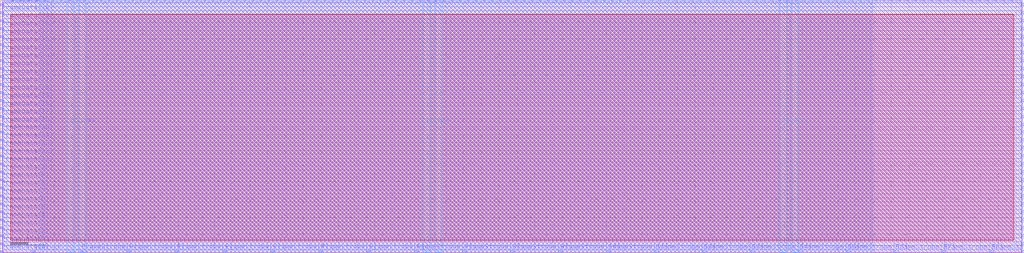
<source format=lef>
VERSION 5.7 ;
  NOWIREEXTENSIONATPIN ON ;
  DIVIDERCHAR "/" ;
  BUSBITCHARS "[]" ;
MACRO S_term_single
  CLASS BLOCK ;
  FOREIGN S_term_single ;
  ORIGIN 0.000 0.000 ;
  SIZE 287.280 BY 71.120 ;
  PIN Co
    DIRECTION OUTPUT ;
    USE SIGNAL ;
    ANTENNADIFFAREA 0.360800 ;
    PORT
      LAYER Metal2 ;
        RECT 119.840 70.560 120.400 71.120 ;
    END
  END Co
  PIN FrameData[0]
    DIRECTION INPUT ;
    USE SIGNAL ;
    ANTENNAGATEAREA 1.102000 ;
    PORT
      LAYER Metal3 ;
        RECT 0.000 0.000 0.560 0.560 ;
    END
  END FrameData[0]
  PIN FrameData[10]
    DIRECTION INPUT ;
    USE SIGNAL ;
    ANTENNAGATEAREA 1.102000 ;
    PORT
      LAYER Metal3 ;
        RECT 0.000 22.400 0.560 22.960 ;
    END
  END FrameData[10]
  PIN FrameData[11]
    DIRECTION INPUT ;
    USE SIGNAL ;
    ANTENNAGATEAREA 1.102000 ;
    PORT
      LAYER Metal3 ;
        RECT 0.000 24.640 0.560 25.200 ;
    END
  END FrameData[11]
  PIN FrameData[12]
    DIRECTION INPUT ;
    USE SIGNAL ;
    ANTENNAGATEAREA 1.102000 ;
    PORT
      LAYER Metal3 ;
        RECT 0.000 26.880 0.560 27.440 ;
    END
  END FrameData[12]
  PIN FrameData[13]
    DIRECTION INPUT ;
    USE SIGNAL ;
    ANTENNAGATEAREA 1.102000 ;
    PORT
      LAYER Metal3 ;
        RECT 0.000 29.120 0.560 29.680 ;
    END
  END FrameData[13]
  PIN FrameData[14]
    DIRECTION INPUT ;
    USE SIGNAL ;
    ANTENNAGATEAREA 1.102000 ;
    PORT
      LAYER Metal3 ;
        RECT 0.000 31.360 0.560 31.920 ;
    END
  END FrameData[14]
  PIN FrameData[15]
    DIRECTION INPUT ;
    USE SIGNAL ;
    ANTENNAGATEAREA 1.102000 ;
    PORT
      LAYER Metal3 ;
        RECT 0.000 33.600 0.560 34.160 ;
    END
  END FrameData[15]
  PIN FrameData[16]
    DIRECTION INPUT ;
    USE SIGNAL ;
    ANTENNAGATEAREA 1.102000 ;
    PORT
      LAYER Metal3 ;
        RECT 0.000 35.840 0.560 36.400 ;
    END
  END FrameData[16]
  PIN FrameData[17]
    DIRECTION INPUT ;
    USE SIGNAL ;
    ANTENNAGATEAREA 1.102000 ;
    PORT
      LAYER Metal3 ;
        RECT 0.000 38.080 0.560 38.640 ;
    END
  END FrameData[17]
  PIN FrameData[18]
    DIRECTION INPUT ;
    USE SIGNAL ;
    ANTENNAGATEAREA 1.102000 ;
    PORT
      LAYER Metal3 ;
        RECT 0.000 40.320 0.560 40.880 ;
    END
  END FrameData[18]
  PIN FrameData[19]
    DIRECTION INPUT ;
    USE SIGNAL ;
    ANTENNAGATEAREA 1.102000 ;
    PORT
      LAYER Metal3 ;
        RECT 0.000 42.560 0.560 43.120 ;
    END
  END FrameData[19]
  PIN FrameData[1]
    DIRECTION INPUT ;
    USE SIGNAL ;
    ANTENNAGATEAREA 1.102000 ;
    PORT
      LAYER Metal3 ;
        RECT 0.000 2.240 0.560 2.800 ;
    END
  END FrameData[1]
  PIN FrameData[20]
    DIRECTION INPUT ;
    USE SIGNAL ;
    ANTENNAGATEAREA 1.102000 ;
    PORT
      LAYER Metal3 ;
        RECT 0.000 44.800 0.560 45.360 ;
    END
  END FrameData[20]
  PIN FrameData[21]
    DIRECTION INPUT ;
    USE SIGNAL ;
    ANTENNAGATEAREA 1.102000 ;
    PORT
      LAYER Metal3 ;
        RECT 0.000 47.040 0.560 47.600 ;
    END
  END FrameData[21]
  PIN FrameData[22]
    DIRECTION INPUT ;
    USE SIGNAL ;
    ANTENNAGATEAREA 1.102000 ;
    PORT
      LAYER Metal3 ;
        RECT 0.000 49.280 0.560 49.840 ;
    END
  END FrameData[22]
  PIN FrameData[23]
    DIRECTION INPUT ;
    USE SIGNAL ;
    ANTENNAGATEAREA 1.102000 ;
    PORT
      LAYER Metal3 ;
        RECT 0.000 51.520 0.560 52.080 ;
    END
  END FrameData[23]
  PIN FrameData[24]
    DIRECTION INPUT ;
    USE SIGNAL ;
    ANTENNAGATEAREA 1.102000 ;
    PORT
      LAYER Metal3 ;
        RECT 0.000 53.760 0.560 54.320 ;
    END
  END FrameData[24]
  PIN FrameData[25]
    DIRECTION INPUT ;
    USE SIGNAL ;
    ANTENNAGATEAREA 1.102000 ;
    PORT
      LAYER Metal3 ;
        RECT 0.000 56.000 0.560 56.560 ;
    END
  END FrameData[25]
  PIN FrameData[26]
    DIRECTION INPUT ;
    USE SIGNAL ;
    ANTENNAGATEAREA 1.102000 ;
    PORT
      LAYER Metal3 ;
        RECT 0.000 58.240 0.560 58.800 ;
    END
  END FrameData[26]
  PIN FrameData[27]
    DIRECTION INPUT ;
    USE SIGNAL ;
    ANTENNAGATEAREA 1.102000 ;
    PORT
      LAYER Metal3 ;
        RECT 0.000 60.480 0.560 61.040 ;
    END
  END FrameData[27]
  PIN FrameData[28]
    DIRECTION INPUT ;
    USE SIGNAL ;
    ANTENNAGATEAREA 1.102000 ;
    PORT
      LAYER Metal3 ;
        RECT 0.000 62.720 0.560 63.280 ;
    END
  END FrameData[28]
  PIN FrameData[29]
    DIRECTION INPUT ;
    USE SIGNAL ;
    ANTENNAGATEAREA 1.102000 ;
    PORT
      LAYER Metal3 ;
        RECT 0.000 64.960 0.560 65.520 ;
    END
  END FrameData[29]
  PIN FrameData[2]
    DIRECTION INPUT ;
    USE SIGNAL ;
    ANTENNAGATEAREA 1.102000 ;
    PORT
      LAYER Metal3 ;
        RECT 0.000 4.480 0.560 5.040 ;
    END
  END FrameData[2]
  PIN FrameData[30]
    DIRECTION INPUT ;
    USE SIGNAL ;
    ANTENNAGATEAREA 1.102000 ;
    PORT
      LAYER Metal3 ;
        RECT 0.000 67.200 0.560 67.760 ;
    END
  END FrameData[30]
  PIN FrameData[31]
    DIRECTION INPUT ;
    USE SIGNAL ;
    ANTENNAGATEAREA 1.102000 ;
    PORT
      LAYER Metal3 ;
        RECT 0.000 69.440 0.560 70.000 ;
    END
  END FrameData[31]
  PIN FrameData[3]
    DIRECTION INPUT ;
    USE SIGNAL ;
    ANTENNAGATEAREA 1.102000 ;
    PORT
      LAYER Metal3 ;
        RECT 0.000 6.720 0.560 7.280 ;
    END
  END FrameData[3]
  PIN FrameData[4]
    DIRECTION INPUT ;
    USE SIGNAL ;
    ANTENNAGATEAREA 1.102000 ;
    PORT
      LAYER Metal3 ;
        RECT 0.000 8.960 0.560 9.520 ;
    END
  END FrameData[4]
  PIN FrameData[5]
    DIRECTION INPUT ;
    USE SIGNAL ;
    ANTENNAGATEAREA 1.102000 ;
    PORT
      LAYER Metal3 ;
        RECT 0.000 11.200 0.560 11.760 ;
    END
  END FrameData[5]
  PIN FrameData[6]
    DIRECTION INPUT ;
    USE SIGNAL ;
    ANTENNAGATEAREA 1.102000 ;
    PORT
      LAYER Metal3 ;
        RECT 0.000 13.440 0.560 14.000 ;
    END
  END FrameData[6]
  PIN FrameData[7]
    DIRECTION INPUT ;
    USE SIGNAL ;
    ANTENNAGATEAREA 1.102000 ;
    PORT
      LAYER Metal3 ;
        RECT 0.000 15.680 0.560 16.240 ;
    END
  END FrameData[7]
  PIN FrameData[8]
    DIRECTION INPUT ;
    USE SIGNAL ;
    ANTENNAGATEAREA 1.102000 ;
    PORT
      LAYER Metal3 ;
        RECT 0.000 17.920 0.560 18.480 ;
    END
  END FrameData[8]
  PIN FrameData[9]
    DIRECTION INPUT ;
    USE SIGNAL ;
    ANTENNAGATEAREA 1.102000 ;
    PORT
      LAYER Metal3 ;
        RECT 0.000 20.160 0.560 20.720 ;
    END
  END FrameData[9]
  PIN FrameData_O[0]
    DIRECTION OUTPUT ;
    USE SIGNAL ;
    ANTENNADIFFAREA 2.365600 ;
    PORT
      LAYER Metal3 ;
        RECT 286.720 0.000 287.280 0.560 ;
    END
  END FrameData_O[0]
  PIN FrameData_O[10]
    DIRECTION OUTPUT ;
    USE SIGNAL ;
    ANTENNADIFFAREA 2.365600 ;
    PORT
      LAYER Metal3 ;
        RECT 286.720 22.400 287.280 22.960 ;
    END
  END FrameData_O[10]
  PIN FrameData_O[11]
    DIRECTION OUTPUT ;
    USE SIGNAL ;
    ANTENNADIFFAREA 2.365600 ;
    PORT
      LAYER Metal3 ;
        RECT 286.720 24.640 287.280 25.200 ;
    END
  END FrameData_O[11]
  PIN FrameData_O[12]
    DIRECTION OUTPUT ;
    USE SIGNAL ;
    ANTENNADIFFAREA 2.365600 ;
    PORT
      LAYER Metal3 ;
        RECT 286.720 26.880 287.280 27.440 ;
    END
  END FrameData_O[12]
  PIN FrameData_O[13]
    DIRECTION OUTPUT ;
    USE SIGNAL ;
    ANTENNADIFFAREA 2.365600 ;
    PORT
      LAYER Metal3 ;
        RECT 286.720 29.120 287.280 29.680 ;
    END
  END FrameData_O[13]
  PIN FrameData_O[14]
    DIRECTION OUTPUT ;
    USE SIGNAL ;
    ANTENNADIFFAREA 2.365600 ;
    PORT
      LAYER Metal3 ;
        RECT 286.720 31.360 287.280 31.920 ;
    END
  END FrameData_O[14]
  PIN FrameData_O[15]
    DIRECTION OUTPUT ;
    USE SIGNAL ;
    ANTENNADIFFAREA 2.365600 ;
    PORT
      LAYER Metal3 ;
        RECT 286.720 33.600 287.280 34.160 ;
    END
  END FrameData_O[15]
  PIN FrameData_O[16]
    DIRECTION OUTPUT ;
    USE SIGNAL ;
    ANTENNADIFFAREA 2.365600 ;
    PORT
      LAYER Metal3 ;
        RECT 286.720 35.840 287.280 36.400 ;
    END
  END FrameData_O[16]
  PIN FrameData_O[17]
    DIRECTION OUTPUT ;
    USE SIGNAL ;
    ANTENNADIFFAREA 2.365600 ;
    PORT
      LAYER Metal3 ;
        RECT 286.720 38.080 287.280 38.640 ;
    END
  END FrameData_O[17]
  PIN FrameData_O[18]
    DIRECTION OUTPUT ;
    USE SIGNAL ;
    ANTENNADIFFAREA 2.365600 ;
    PORT
      LAYER Metal3 ;
        RECT 286.720 40.320 287.280 40.880 ;
    END
  END FrameData_O[18]
  PIN FrameData_O[19]
    DIRECTION OUTPUT ;
    USE SIGNAL ;
    ANTENNADIFFAREA 2.365600 ;
    PORT
      LAYER Metal3 ;
        RECT 286.720 42.560 287.280 43.120 ;
    END
  END FrameData_O[19]
  PIN FrameData_O[1]
    DIRECTION OUTPUT ;
    USE SIGNAL ;
    ANTENNADIFFAREA 2.365600 ;
    PORT
      LAYER Metal3 ;
        RECT 286.720 2.240 287.280 2.800 ;
    END
  END FrameData_O[1]
  PIN FrameData_O[20]
    DIRECTION OUTPUT ;
    USE SIGNAL ;
    ANTENNADIFFAREA 2.365600 ;
    PORT
      LAYER Metal3 ;
        RECT 286.720 44.800 287.280 45.360 ;
    END
  END FrameData_O[20]
  PIN FrameData_O[21]
    DIRECTION OUTPUT ;
    USE SIGNAL ;
    ANTENNADIFFAREA 2.365600 ;
    PORT
      LAYER Metal3 ;
        RECT 286.720 47.040 287.280 47.600 ;
    END
  END FrameData_O[21]
  PIN FrameData_O[22]
    DIRECTION OUTPUT ;
    USE SIGNAL ;
    ANTENNADIFFAREA 2.365600 ;
    PORT
      LAYER Metal3 ;
        RECT 286.720 49.280 287.280 49.840 ;
    END
  END FrameData_O[22]
  PIN FrameData_O[23]
    DIRECTION OUTPUT ;
    USE SIGNAL ;
    ANTENNADIFFAREA 2.365600 ;
    PORT
      LAYER Metal3 ;
        RECT 286.720 51.520 287.280 52.080 ;
    END
  END FrameData_O[23]
  PIN FrameData_O[24]
    DIRECTION OUTPUT ;
    USE SIGNAL ;
    ANTENNADIFFAREA 2.365600 ;
    PORT
      LAYER Metal3 ;
        RECT 286.720 53.760 287.280 54.320 ;
    END
  END FrameData_O[24]
  PIN FrameData_O[25]
    DIRECTION OUTPUT ;
    USE SIGNAL ;
    ANTENNADIFFAREA 2.365600 ;
    PORT
      LAYER Metal3 ;
        RECT 286.720 56.000 287.280 56.560 ;
    END
  END FrameData_O[25]
  PIN FrameData_O[26]
    DIRECTION OUTPUT ;
    USE SIGNAL ;
    ANTENNADIFFAREA 2.365600 ;
    PORT
      LAYER Metal3 ;
        RECT 286.720 58.240 287.280 58.800 ;
    END
  END FrameData_O[26]
  PIN FrameData_O[27]
    DIRECTION OUTPUT ;
    USE SIGNAL ;
    ANTENNADIFFAREA 2.365600 ;
    PORT
      LAYER Metal3 ;
        RECT 286.720 60.480 287.280 61.040 ;
    END
  END FrameData_O[27]
  PIN FrameData_O[28]
    DIRECTION OUTPUT ;
    USE SIGNAL ;
    ANTENNADIFFAREA 2.365600 ;
    PORT
      LAYER Metal3 ;
        RECT 286.720 62.720 287.280 63.280 ;
    END
  END FrameData_O[28]
  PIN FrameData_O[29]
    DIRECTION OUTPUT ;
    USE SIGNAL ;
    ANTENNADIFFAREA 2.365600 ;
    PORT
      LAYER Metal3 ;
        RECT 286.720 64.960 287.280 65.520 ;
    END
  END FrameData_O[29]
  PIN FrameData_O[2]
    DIRECTION OUTPUT ;
    USE SIGNAL ;
    ANTENNADIFFAREA 2.365600 ;
    PORT
      LAYER Metal3 ;
        RECT 286.720 4.480 287.280 5.040 ;
    END
  END FrameData_O[2]
  PIN FrameData_O[30]
    DIRECTION OUTPUT ;
    USE SIGNAL ;
    ANTENNADIFFAREA 2.365600 ;
    PORT
      LAYER Metal3 ;
        RECT 286.720 67.200 287.280 67.760 ;
    END
  END FrameData_O[30]
  PIN FrameData_O[31]
    DIRECTION OUTPUT ;
    USE SIGNAL ;
    ANTENNADIFFAREA 2.365600 ;
    PORT
      LAYER Metal3 ;
        RECT 286.720 69.440 287.280 70.000 ;
    END
  END FrameData_O[31]
  PIN FrameData_O[3]
    DIRECTION OUTPUT ;
    USE SIGNAL ;
    ANTENNADIFFAREA 2.365600 ;
    PORT
      LAYER Metal3 ;
        RECT 286.720 6.720 287.280 7.280 ;
    END
  END FrameData_O[3]
  PIN FrameData_O[4]
    DIRECTION OUTPUT ;
    USE SIGNAL ;
    ANTENNADIFFAREA 2.365600 ;
    PORT
      LAYER Metal3 ;
        RECT 286.720 8.960 287.280 9.520 ;
    END
  END FrameData_O[4]
  PIN FrameData_O[5]
    DIRECTION OUTPUT ;
    USE SIGNAL ;
    ANTENNADIFFAREA 2.365600 ;
    PORT
      LAYER Metal3 ;
        RECT 286.720 11.200 287.280 11.760 ;
    END
  END FrameData_O[5]
  PIN FrameData_O[6]
    DIRECTION OUTPUT ;
    USE SIGNAL ;
    ANTENNADIFFAREA 2.365600 ;
    PORT
      LAYER Metal3 ;
        RECT 286.720 13.440 287.280 14.000 ;
    END
  END FrameData_O[6]
  PIN FrameData_O[7]
    DIRECTION OUTPUT ;
    USE SIGNAL ;
    ANTENNADIFFAREA 2.365600 ;
    PORT
      LAYER Metal3 ;
        RECT 286.720 15.680 287.280 16.240 ;
    END
  END FrameData_O[7]
  PIN FrameData_O[8]
    DIRECTION OUTPUT ;
    USE SIGNAL ;
    ANTENNADIFFAREA 2.365600 ;
    PORT
      LAYER Metal3 ;
        RECT 286.720 17.920 287.280 18.480 ;
    END
  END FrameData_O[8]
  PIN FrameData_O[9]
    DIRECTION OUTPUT ;
    USE SIGNAL ;
    ANTENNADIFFAREA 2.365600 ;
    PORT
      LAYER Metal3 ;
        RECT 286.720 20.160 287.280 20.720 ;
    END
  END FrameData_O[9]
  PIN FrameStrobe[0]
    DIRECTION INPUT ;
    USE SIGNAL ;
    ANTENNAGATEAREA 1.102000 ;
    PORT
      LAYER Metal2 ;
        RECT 22.400 0.000 22.960 0.560 ;
    END
  END FrameStrobe[0]
  PIN FrameStrobe[10]
    DIRECTION INPUT ;
    USE SIGNAL ;
    ANTENNAGATEAREA 1.102000 ;
    PORT
      LAYER Metal2 ;
        RECT 156.800 0.000 157.360 0.560 ;
    END
  END FrameStrobe[10]
  PIN FrameStrobe[11]
    DIRECTION INPUT ;
    USE SIGNAL ;
    ANTENNAGATEAREA 1.102000 ;
    PORT
      LAYER Metal2 ;
        RECT 170.240 0.000 170.800 0.560 ;
    END
  END FrameStrobe[11]
  PIN FrameStrobe[12]
    DIRECTION INPUT ;
    USE SIGNAL ;
    ANTENNAGATEAREA 1.102000 ;
    PORT
      LAYER Metal2 ;
        RECT 183.680 0.000 184.240 0.560 ;
    END
  END FrameStrobe[12]
  PIN FrameStrobe[13]
    DIRECTION INPUT ;
    USE SIGNAL ;
    ANTENNAGATEAREA 1.102000 ;
    PORT
      LAYER Metal2 ;
        RECT 197.120 0.000 197.680 0.560 ;
    END
  END FrameStrobe[13]
  PIN FrameStrobe[14]
    DIRECTION INPUT ;
    USE SIGNAL ;
    ANTENNAGATEAREA 1.102000 ;
    PORT
      LAYER Metal2 ;
        RECT 210.560 0.000 211.120 0.560 ;
    END
  END FrameStrobe[14]
  PIN FrameStrobe[15]
    DIRECTION INPUT ;
    USE SIGNAL ;
    ANTENNAGATEAREA 1.102000 ;
    PORT
      LAYER Metal2 ;
        RECT 224.000 0.000 224.560 0.560 ;
    END
  END FrameStrobe[15]
  PIN FrameStrobe[16]
    DIRECTION INPUT ;
    USE SIGNAL ;
    ANTENNAGATEAREA 1.102000 ;
    PORT
      LAYER Metal2 ;
        RECT 237.440 0.000 238.000 0.560 ;
    END
  END FrameStrobe[16]
  PIN FrameStrobe[17]
    DIRECTION INPUT ;
    USE SIGNAL ;
    ANTENNAGATEAREA 1.102000 ;
    PORT
      LAYER Metal2 ;
        RECT 250.880 0.000 251.440 0.560 ;
    END
  END FrameStrobe[17]
  PIN FrameStrobe[18]
    DIRECTION INPUT ;
    USE SIGNAL ;
    ANTENNAGATEAREA 1.102000 ;
    PORT
      LAYER Metal2 ;
        RECT 264.320 0.000 264.880 0.560 ;
    END
  END FrameStrobe[18]
  PIN FrameStrobe[19]
    DIRECTION INPUT ;
    USE SIGNAL ;
    ANTENNAGATEAREA 1.102000 ;
    PORT
      LAYER Metal2 ;
        RECT 277.760 0.000 278.320 0.560 ;
    END
  END FrameStrobe[19]
  PIN FrameStrobe[1]
    DIRECTION INPUT ;
    USE SIGNAL ;
    ANTENNAGATEAREA 1.102000 ;
    PORT
      LAYER Metal2 ;
        RECT 35.840 0.000 36.400 0.560 ;
    END
  END FrameStrobe[1]
  PIN FrameStrobe[2]
    DIRECTION INPUT ;
    USE SIGNAL ;
    ANTENNAGATEAREA 1.102000 ;
    PORT
      LAYER Metal2 ;
        RECT 49.280 0.000 49.840 0.560 ;
    END
  END FrameStrobe[2]
  PIN FrameStrobe[3]
    DIRECTION INPUT ;
    USE SIGNAL ;
    ANTENNAGATEAREA 1.102000 ;
    PORT
      LAYER Metal2 ;
        RECT 62.720 0.000 63.280 0.560 ;
    END
  END FrameStrobe[3]
  PIN FrameStrobe[4]
    DIRECTION INPUT ;
    USE SIGNAL ;
    ANTENNAGATEAREA 1.102000 ;
    PORT
      LAYER Metal2 ;
        RECT 76.160 0.000 76.720 0.560 ;
    END
  END FrameStrobe[4]
  PIN FrameStrobe[5]
    DIRECTION INPUT ;
    USE SIGNAL ;
    ANTENNAGATEAREA 1.102000 ;
    PORT
      LAYER Metal2 ;
        RECT 89.600 0.000 90.160 0.560 ;
    END
  END FrameStrobe[5]
  PIN FrameStrobe[6]
    DIRECTION INPUT ;
    USE SIGNAL ;
    ANTENNAGATEAREA 1.102000 ;
    PORT
      LAYER Metal2 ;
        RECT 103.040 0.000 103.600 0.560 ;
    END
  END FrameStrobe[6]
  PIN FrameStrobe[7]
    DIRECTION INPUT ;
    USE SIGNAL ;
    ANTENNAGATEAREA 1.102000 ;
    PORT
      LAYER Metal2 ;
        RECT 116.480 0.000 117.040 0.560 ;
    END
  END FrameStrobe[7]
  PIN FrameStrobe[8]
    DIRECTION INPUT ;
    USE SIGNAL ;
    ANTENNAGATEAREA 1.102000 ;
    PORT
      LAYER Metal2 ;
        RECT 129.920 0.000 130.480 0.560 ;
    END
  END FrameStrobe[8]
  PIN FrameStrobe[9]
    DIRECTION INPUT ;
    USE SIGNAL ;
    ANTENNAGATEAREA 1.102000 ;
    PORT
      LAYER Metal2 ;
        RECT 143.360 0.000 143.920 0.560 ;
    END
  END FrameStrobe[9]
  PIN FrameStrobe_O[0]
    DIRECTION OUTPUT ;
    USE SIGNAL ;
    ANTENNADIFFAREA 2.365600 ;
    PORT
      LAYER Metal2 ;
        RECT 240.800 70.560 241.360 71.120 ;
    END
  END FrameStrobe_O[0]
  PIN FrameStrobe_O[10]
    DIRECTION OUTPUT ;
    USE SIGNAL ;
    ANTENNADIFFAREA 2.365600 ;
    PORT
      LAYER Metal2 ;
        RECT 263.200 70.560 263.760 71.120 ;
    END
  END FrameStrobe_O[10]
  PIN FrameStrobe_O[11]
    DIRECTION OUTPUT ;
    USE SIGNAL ;
    ANTENNADIFFAREA 2.365600 ;
    PORT
      LAYER Metal2 ;
        RECT 265.440 70.560 266.000 71.120 ;
    END
  END FrameStrobe_O[11]
  PIN FrameStrobe_O[12]
    DIRECTION OUTPUT ;
    USE SIGNAL ;
    ANTENNADIFFAREA 2.365600 ;
    PORT
      LAYER Metal2 ;
        RECT 267.680 70.560 268.240 71.120 ;
    END
  END FrameStrobe_O[12]
  PIN FrameStrobe_O[13]
    DIRECTION OUTPUT ;
    USE SIGNAL ;
    ANTENNADIFFAREA 2.365600 ;
    PORT
      LAYER Metal2 ;
        RECT 269.920 70.560 270.480 71.120 ;
    END
  END FrameStrobe_O[13]
  PIN FrameStrobe_O[14]
    DIRECTION OUTPUT ;
    USE SIGNAL ;
    ANTENNADIFFAREA 2.365600 ;
    PORT
      LAYER Metal2 ;
        RECT 272.160 70.560 272.720 71.120 ;
    END
  END FrameStrobe_O[14]
  PIN FrameStrobe_O[15]
    DIRECTION OUTPUT ;
    USE SIGNAL ;
    ANTENNADIFFAREA 2.365600 ;
    PORT
      LAYER Metal2 ;
        RECT 274.400 70.560 274.960 71.120 ;
    END
  END FrameStrobe_O[15]
  PIN FrameStrobe_O[16]
    DIRECTION OUTPUT ;
    USE SIGNAL ;
    ANTENNADIFFAREA 2.365600 ;
    PORT
      LAYER Metal2 ;
        RECT 276.640 70.560 277.200 71.120 ;
    END
  END FrameStrobe_O[16]
  PIN FrameStrobe_O[17]
    DIRECTION OUTPUT ;
    USE SIGNAL ;
    ANTENNADIFFAREA 2.365600 ;
    PORT
      LAYER Metal2 ;
        RECT 278.880 70.560 279.440 71.120 ;
    END
  END FrameStrobe_O[17]
  PIN FrameStrobe_O[18]
    DIRECTION OUTPUT ;
    USE SIGNAL ;
    ANTENNADIFFAREA 2.365600 ;
    PORT
      LAYER Metal2 ;
        RECT 281.120 70.560 281.680 71.120 ;
    END
  END FrameStrobe_O[18]
  PIN FrameStrobe_O[19]
    DIRECTION OUTPUT ;
    USE SIGNAL ;
    ANTENNADIFFAREA 2.365600 ;
    PORT
      LAYER Metal2 ;
        RECT 283.360 70.560 283.920 71.120 ;
    END
  END FrameStrobe_O[19]
  PIN FrameStrobe_O[1]
    DIRECTION OUTPUT ;
    USE SIGNAL ;
    ANTENNADIFFAREA 2.365600 ;
    PORT
      LAYER Metal2 ;
        RECT 243.040 70.560 243.600 71.120 ;
    END
  END FrameStrobe_O[1]
  PIN FrameStrobe_O[2]
    DIRECTION OUTPUT ;
    USE SIGNAL ;
    ANTENNADIFFAREA 2.365600 ;
    PORT
      LAYER Metal2 ;
        RECT 245.280 70.560 245.840 71.120 ;
    END
  END FrameStrobe_O[2]
  PIN FrameStrobe_O[3]
    DIRECTION OUTPUT ;
    USE SIGNAL ;
    ANTENNADIFFAREA 2.365600 ;
    PORT
      LAYER Metal2 ;
        RECT 247.520 70.560 248.080 71.120 ;
    END
  END FrameStrobe_O[3]
  PIN FrameStrobe_O[4]
    DIRECTION OUTPUT ;
    USE SIGNAL ;
    ANTENNADIFFAREA 2.365600 ;
    PORT
      LAYER Metal2 ;
        RECT 249.760 70.560 250.320 71.120 ;
    END
  END FrameStrobe_O[4]
  PIN FrameStrobe_O[5]
    DIRECTION OUTPUT ;
    USE SIGNAL ;
    ANTENNADIFFAREA 2.365600 ;
    PORT
      LAYER Metal2 ;
        RECT 252.000 70.560 252.560 71.120 ;
    END
  END FrameStrobe_O[5]
  PIN FrameStrobe_O[6]
    DIRECTION OUTPUT ;
    USE SIGNAL ;
    ANTENNADIFFAREA 2.365600 ;
    PORT
      LAYER Metal2 ;
        RECT 254.240 70.560 254.800 71.120 ;
    END
  END FrameStrobe_O[6]
  PIN FrameStrobe_O[7]
    DIRECTION OUTPUT ;
    USE SIGNAL ;
    ANTENNADIFFAREA 2.365600 ;
    PORT
      LAYER Metal2 ;
        RECT 256.480 70.560 257.040 71.120 ;
    END
  END FrameStrobe_O[7]
  PIN FrameStrobe_O[8]
    DIRECTION OUTPUT ;
    USE SIGNAL ;
    ANTENNADIFFAREA 2.365600 ;
    PORT
      LAYER Metal2 ;
        RECT 258.720 70.560 259.280 71.120 ;
    END
  END FrameStrobe_O[8]
  PIN FrameStrobe_O[9]
    DIRECTION OUTPUT ;
    USE SIGNAL ;
    ANTENNADIFFAREA 2.365600 ;
    PORT
      LAYER Metal2 ;
        RECT 260.960 70.560 261.520 71.120 ;
    END
  END FrameStrobe_O[9]
  PIN N1BEG[0]
    DIRECTION OUTPUT ;
    USE SIGNAL ;
    ANTENNADIFFAREA 2.365600 ;
    PORT
      LAYER Metal2 ;
        RECT 3.360 70.560 3.920 71.120 ;
    END
  END N1BEG[0]
  PIN N1BEG[1]
    DIRECTION OUTPUT ;
    USE SIGNAL ;
    ANTENNADIFFAREA 2.365600 ;
    PORT
      LAYER Metal2 ;
        RECT 5.600 70.560 6.160 71.120 ;
    END
  END N1BEG[1]
  PIN N1BEG[2]
    DIRECTION OUTPUT ;
    USE SIGNAL ;
    ANTENNADIFFAREA 2.365600 ;
    PORT
      LAYER Metal2 ;
        RECT 7.840 70.560 8.400 71.120 ;
    END
  END N1BEG[2]
  PIN N1BEG[3]
    DIRECTION OUTPUT ;
    USE SIGNAL ;
    ANTENNADIFFAREA 2.365600 ;
    PORT
      LAYER Metal2 ;
        RECT 10.080 70.560 10.640 71.120 ;
    END
  END N1BEG[3]
  PIN N2BEG[0]
    DIRECTION OUTPUT ;
    USE SIGNAL ;
    ANTENNADIFFAREA 2.365600 ;
    PORT
      LAYER Metal2 ;
        RECT 12.320 70.560 12.880 71.120 ;
    END
  END N2BEG[0]
  PIN N2BEG[1]
    DIRECTION OUTPUT ;
    USE SIGNAL ;
    ANTENNADIFFAREA 2.365600 ;
    PORT
      LAYER Metal2 ;
        RECT 14.560 70.560 15.120 71.120 ;
    END
  END N2BEG[1]
  PIN N2BEG[2]
    DIRECTION OUTPUT ;
    USE SIGNAL ;
    ANTENNADIFFAREA 2.365600 ;
    PORT
      LAYER Metal2 ;
        RECT 16.800 70.560 17.360 71.120 ;
    END
  END N2BEG[2]
  PIN N2BEG[3]
    DIRECTION OUTPUT ;
    USE SIGNAL ;
    ANTENNADIFFAREA 2.365600 ;
    PORT
      LAYER Metal2 ;
        RECT 19.040 70.560 19.600 71.120 ;
    END
  END N2BEG[3]
  PIN N2BEG[4]
    DIRECTION OUTPUT ;
    USE SIGNAL ;
    ANTENNADIFFAREA 2.365600 ;
    PORT
      LAYER Metal2 ;
        RECT 21.280 70.560 21.840 71.120 ;
    END
  END N2BEG[4]
  PIN N2BEG[5]
    DIRECTION OUTPUT ;
    USE SIGNAL ;
    ANTENNADIFFAREA 2.365600 ;
    PORT
      LAYER Metal2 ;
        RECT 23.520 70.560 24.080 71.120 ;
    END
  END N2BEG[5]
  PIN N2BEG[6]
    DIRECTION OUTPUT ;
    USE SIGNAL ;
    ANTENNADIFFAREA 2.365600 ;
    PORT
      LAYER Metal2 ;
        RECT 25.760 70.560 26.320 71.120 ;
    END
  END N2BEG[6]
  PIN N2BEG[7]
    DIRECTION OUTPUT ;
    USE SIGNAL ;
    ANTENNADIFFAREA 2.365600 ;
    PORT
      LAYER Metal2 ;
        RECT 28.000 70.560 28.560 71.120 ;
    END
  END N2BEG[7]
  PIN N2BEGb[0]
    DIRECTION OUTPUT ;
    USE SIGNAL ;
    ANTENNADIFFAREA 2.365600 ;
    PORT
      LAYER Metal2 ;
        RECT 30.240 70.560 30.800 71.120 ;
    END
  END N2BEGb[0]
  PIN N2BEGb[1]
    DIRECTION OUTPUT ;
    USE SIGNAL ;
    ANTENNADIFFAREA 2.365600 ;
    PORT
      LAYER Metal2 ;
        RECT 32.480 70.560 33.040 71.120 ;
    END
  END N2BEGb[1]
  PIN N2BEGb[2]
    DIRECTION OUTPUT ;
    USE SIGNAL ;
    ANTENNADIFFAREA 2.365600 ;
    PORT
      LAYER Metal2 ;
        RECT 34.720 70.560 35.280 71.120 ;
    END
  END N2BEGb[2]
  PIN N2BEGb[3]
    DIRECTION OUTPUT ;
    USE SIGNAL ;
    ANTENNADIFFAREA 2.365600 ;
    PORT
      LAYER Metal2 ;
        RECT 36.960 70.560 37.520 71.120 ;
    END
  END N2BEGb[3]
  PIN N2BEGb[4]
    DIRECTION OUTPUT ;
    USE SIGNAL ;
    ANTENNADIFFAREA 2.365600 ;
    PORT
      LAYER Metal2 ;
        RECT 39.200 70.560 39.760 71.120 ;
    END
  END N2BEGb[4]
  PIN N2BEGb[5]
    DIRECTION OUTPUT ;
    USE SIGNAL ;
    ANTENNADIFFAREA 2.365600 ;
    PORT
      LAYER Metal2 ;
        RECT 41.440 70.560 42.000 71.120 ;
    END
  END N2BEGb[5]
  PIN N2BEGb[6]
    DIRECTION OUTPUT ;
    USE SIGNAL ;
    ANTENNADIFFAREA 2.365600 ;
    PORT
      LAYER Metal2 ;
        RECT 43.680 70.560 44.240 71.120 ;
    END
  END N2BEGb[6]
  PIN N2BEGb[7]
    DIRECTION OUTPUT ;
    USE SIGNAL ;
    ANTENNADIFFAREA 2.365600 ;
    PORT
      LAYER Metal2 ;
        RECT 45.920 70.560 46.480 71.120 ;
    END
  END N2BEGb[7]
  PIN N4BEG[0]
    DIRECTION OUTPUT ;
    USE SIGNAL ;
    ANTENNADIFFAREA 2.365600 ;
    PORT
      LAYER Metal2 ;
        RECT 48.160 70.560 48.720 71.120 ;
    END
  END N4BEG[0]
  PIN N4BEG[10]
    DIRECTION OUTPUT ;
    USE SIGNAL ;
    ANTENNADIFFAREA 2.365600 ;
    PORT
      LAYER Metal2 ;
        RECT 70.560 70.560 71.120 71.120 ;
    END
  END N4BEG[10]
  PIN N4BEG[11]
    DIRECTION OUTPUT ;
    USE SIGNAL ;
    ANTENNADIFFAREA 2.365600 ;
    PORT
      LAYER Metal2 ;
        RECT 72.800 70.560 73.360 71.120 ;
    END
  END N4BEG[11]
  PIN N4BEG[12]
    DIRECTION OUTPUT ;
    USE SIGNAL ;
    ANTENNADIFFAREA 2.365600 ;
    PORT
      LAYER Metal2 ;
        RECT 75.040 70.560 75.600 71.120 ;
    END
  END N4BEG[12]
  PIN N4BEG[13]
    DIRECTION OUTPUT ;
    USE SIGNAL ;
    ANTENNADIFFAREA 2.365600 ;
    PORT
      LAYER Metal2 ;
        RECT 77.280 70.560 77.840 71.120 ;
    END
  END N4BEG[13]
  PIN N4BEG[14]
    DIRECTION OUTPUT ;
    USE SIGNAL ;
    ANTENNADIFFAREA 2.365600 ;
    PORT
      LAYER Metal2 ;
        RECT 79.520 70.560 80.080 71.120 ;
    END
  END N4BEG[14]
  PIN N4BEG[15]
    DIRECTION OUTPUT ;
    USE SIGNAL ;
    ANTENNADIFFAREA 2.365600 ;
    PORT
      LAYER Metal2 ;
        RECT 81.760 70.560 82.320 71.120 ;
    END
  END N4BEG[15]
  PIN N4BEG[1]
    DIRECTION OUTPUT ;
    USE SIGNAL ;
    ANTENNADIFFAREA 2.365600 ;
    PORT
      LAYER Metal2 ;
        RECT 50.400 70.560 50.960 71.120 ;
    END
  END N4BEG[1]
  PIN N4BEG[2]
    DIRECTION OUTPUT ;
    USE SIGNAL ;
    ANTENNADIFFAREA 2.365600 ;
    PORT
      LAYER Metal2 ;
        RECT 52.640 70.560 53.200 71.120 ;
    END
  END N4BEG[2]
  PIN N4BEG[3]
    DIRECTION OUTPUT ;
    USE SIGNAL ;
    ANTENNADIFFAREA 2.365600 ;
    PORT
      LAYER Metal2 ;
        RECT 54.880 70.560 55.440 71.120 ;
    END
  END N4BEG[3]
  PIN N4BEG[4]
    DIRECTION OUTPUT ;
    USE SIGNAL ;
    ANTENNADIFFAREA 2.365600 ;
    PORT
      LAYER Metal2 ;
        RECT 57.120 70.560 57.680 71.120 ;
    END
  END N4BEG[4]
  PIN N4BEG[5]
    DIRECTION OUTPUT ;
    USE SIGNAL ;
    ANTENNADIFFAREA 2.365600 ;
    PORT
      LAYER Metal2 ;
        RECT 59.360 70.560 59.920 71.120 ;
    END
  END N4BEG[5]
  PIN N4BEG[6]
    DIRECTION OUTPUT ;
    USE SIGNAL ;
    ANTENNADIFFAREA 2.365600 ;
    PORT
      LAYER Metal2 ;
        RECT 61.600 70.560 62.160 71.120 ;
    END
  END N4BEG[6]
  PIN N4BEG[7]
    DIRECTION OUTPUT ;
    USE SIGNAL ;
    ANTENNADIFFAREA 2.365600 ;
    PORT
      LAYER Metal2 ;
        RECT 63.840 70.560 64.400 71.120 ;
    END
  END N4BEG[7]
  PIN N4BEG[8]
    DIRECTION OUTPUT ;
    USE SIGNAL ;
    ANTENNADIFFAREA 2.365600 ;
    PORT
      LAYER Metal2 ;
        RECT 66.080 70.560 66.640 71.120 ;
    END
  END N4BEG[8]
  PIN N4BEG[9]
    DIRECTION OUTPUT ;
    USE SIGNAL ;
    ANTENNADIFFAREA 2.365600 ;
    PORT
      LAYER Metal2 ;
        RECT 68.320 70.560 68.880 71.120 ;
    END
  END N4BEG[9]
  PIN NN4BEG[0]
    DIRECTION OUTPUT ;
    USE SIGNAL ;
    ANTENNADIFFAREA 2.365600 ;
    PORT
      LAYER Metal2 ;
        RECT 84.000 70.560 84.560 71.120 ;
    END
  END NN4BEG[0]
  PIN NN4BEG[10]
    DIRECTION OUTPUT ;
    USE SIGNAL ;
    ANTENNADIFFAREA 2.365600 ;
    PORT
      LAYER Metal2 ;
        RECT 106.400 70.560 106.960 71.120 ;
    END
  END NN4BEG[10]
  PIN NN4BEG[11]
    DIRECTION OUTPUT ;
    USE SIGNAL ;
    ANTENNADIFFAREA 2.365600 ;
    PORT
      LAYER Metal2 ;
        RECT 108.640 70.560 109.200 71.120 ;
    END
  END NN4BEG[11]
  PIN NN4BEG[12]
    DIRECTION OUTPUT ;
    USE SIGNAL ;
    ANTENNADIFFAREA 2.365600 ;
    PORT
      LAYER Metal2 ;
        RECT 110.880 70.560 111.440 71.120 ;
    END
  END NN4BEG[12]
  PIN NN4BEG[13]
    DIRECTION OUTPUT ;
    USE SIGNAL ;
    ANTENNADIFFAREA 2.365600 ;
    PORT
      LAYER Metal2 ;
        RECT 113.120 70.560 113.680 71.120 ;
    END
  END NN4BEG[13]
  PIN NN4BEG[14]
    DIRECTION OUTPUT ;
    USE SIGNAL ;
    ANTENNADIFFAREA 2.365600 ;
    PORT
      LAYER Metal2 ;
        RECT 115.360 70.560 115.920 71.120 ;
    END
  END NN4BEG[14]
  PIN NN4BEG[15]
    DIRECTION OUTPUT ;
    USE SIGNAL ;
    ANTENNADIFFAREA 2.365600 ;
    PORT
      LAYER Metal2 ;
        RECT 117.600 70.560 118.160 71.120 ;
    END
  END NN4BEG[15]
  PIN NN4BEG[1]
    DIRECTION OUTPUT ;
    USE SIGNAL ;
    ANTENNADIFFAREA 2.365600 ;
    PORT
      LAYER Metal2 ;
        RECT 86.240 70.560 86.800 71.120 ;
    END
  END NN4BEG[1]
  PIN NN4BEG[2]
    DIRECTION OUTPUT ;
    USE SIGNAL ;
    ANTENNADIFFAREA 2.365600 ;
    PORT
      LAYER Metal2 ;
        RECT 88.480 70.560 89.040 71.120 ;
    END
  END NN4BEG[2]
  PIN NN4BEG[3]
    DIRECTION OUTPUT ;
    USE SIGNAL ;
    ANTENNADIFFAREA 2.365600 ;
    PORT
      LAYER Metal2 ;
        RECT 90.720 70.560 91.280 71.120 ;
    END
  END NN4BEG[3]
  PIN NN4BEG[4]
    DIRECTION OUTPUT ;
    USE SIGNAL ;
    ANTENNADIFFAREA 2.365600 ;
    PORT
      LAYER Metal2 ;
        RECT 92.960 70.560 93.520 71.120 ;
    END
  END NN4BEG[4]
  PIN NN4BEG[5]
    DIRECTION OUTPUT ;
    USE SIGNAL ;
    ANTENNADIFFAREA 2.365600 ;
    PORT
      LAYER Metal2 ;
        RECT 95.200 70.560 95.760 71.120 ;
    END
  END NN4BEG[5]
  PIN NN4BEG[6]
    DIRECTION OUTPUT ;
    USE SIGNAL ;
    ANTENNADIFFAREA 2.365600 ;
    PORT
      LAYER Metal2 ;
        RECT 97.440 70.560 98.000 71.120 ;
    END
  END NN4BEG[6]
  PIN NN4BEG[7]
    DIRECTION OUTPUT ;
    USE SIGNAL ;
    ANTENNADIFFAREA 2.365600 ;
    PORT
      LAYER Metal2 ;
        RECT 99.680 70.560 100.240 71.120 ;
    END
  END NN4BEG[7]
  PIN NN4BEG[8]
    DIRECTION OUTPUT ;
    USE SIGNAL ;
    ANTENNADIFFAREA 2.365600 ;
    PORT
      LAYER Metal2 ;
        RECT 101.920 70.560 102.480 71.120 ;
    END
  END NN4BEG[8]
  PIN NN4BEG[9]
    DIRECTION OUTPUT ;
    USE SIGNAL ;
    ANTENNADIFFAREA 2.365600 ;
    PORT
      LAYER Metal2 ;
        RECT 104.160 70.560 104.720 71.120 ;
    END
  END NN4BEG[9]
  PIN S1END[0]
    DIRECTION INPUT ;
    USE SIGNAL ;
    ANTENNAGATEAREA 1.102000 ;
    PORT
      LAYER Metal2 ;
        RECT 122.080 70.560 122.640 71.120 ;
    END
  END S1END[0]
  PIN S1END[1]
    DIRECTION INPUT ;
    USE SIGNAL ;
    ANTENNAGATEAREA 1.102000 ;
    PORT
      LAYER Metal2 ;
        RECT 124.320 70.560 124.880 71.120 ;
    END
  END S1END[1]
  PIN S1END[2]
    DIRECTION INPUT ;
    USE SIGNAL ;
    ANTENNAGATEAREA 1.102000 ;
    PORT
      LAYER Metal2 ;
        RECT 126.560 70.560 127.120 71.120 ;
    END
  END S1END[2]
  PIN S1END[3]
    DIRECTION INPUT ;
    USE SIGNAL ;
    ANTENNAGATEAREA 1.102000 ;
    PORT
      LAYER Metal2 ;
        RECT 128.800 70.560 129.360 71.120 ;
    END
  END S1END[3]
  PIN S2END[0]
    DIRECTION INPUT ;
    USE SIGNAL ;
    ANTENNAGATEAREA 1.102000 ;
    PORT
      LAYER Metal2 ;
        RECT 148.960 70.560 149.520 71.120 ;
    END
  END S2END[0]
  PIN S2END[1]
    DIRECTION INPUT ;
    USE SIGNAL ;
    ANTENNAGATEAREA 1.102000 ;
    PORT
      LAYER Metal2 ;
        RECT 151.200 70.560 151.760 71.120 ;
    END
  END S2END[1]
  PIN S2END[2]
    DIRECTION INPUT ;
    USE SIGNAL ;
    ANTENNAGATEAREA 1.102000 ;
    PORT
      LAYER Metal2 ;
        RECT 153.440 70.560 154.000 71.120 ;
    END
  END S2END[2]
  PIN S2END[3]
    DIRECTION INPUT ;
    USE SIGNAL ;
    ANTENNAGATEAREA 1.102000 ;
    PORT
      LAYER Metal2 ;
        RECT 155.680 70.560 156.240 71.120 ;
    END
  END S2END[3]
  PIN S2END[4]
    DIRECTION INPUT ;
    USE SIGNAL ;
    ANTENNAGATEAREA 1.102000 ;
    PORT
      LAYER Metal2 ;
        RECT 157.920 70.560 158.480 71.120 ;
    END
  END S2END[4]
  PIN S2END[5]
    DIRECTION INPUT ;
    USE SIGNAL ;
    ANTENNAGATEAREA 1.102000 ;
    PORT
      LAYER Metal2 ;
        RECT 160.160 70.560 160.720 71.120 ;
    END
  END S2END[5]
  PIN S2END[6]
    DIRECTION INPUT ;
    USE SIGNAL ;
    ANTENNAGATEAREA 1.102000 ;
    PORT
      LAYER Metal2 ;
        RECT 162.400 70.560 162.960 71.120 ;
    END
  END S2END[6]
  PIN S2END[7]
    DIRECTION INPUT ;
    USE SIGNAL ;
    ANTENNAGATEAREA 1.102000 ;
    PORT
      LAYER Metal2 ;
        RECT 164.640 70.560 165.200 71.120 ;
    END
  END S2END[7]
  PIN S2MID[0]
    DIRECTION INPUT ;
    USE SIGNAL ;
    ANTENNAGATEAREA 1.102000 ;
    PORT
      LAYER Metal2 ;
        RECT 131.040 70.560 131.600 71.120 ;
    END
  END S2MID[0]
  PIN S2MID[1]
    DIRECTION INPUT ;
    USE SIGNAL ;
    ANTENNAGATEAREA 1.102000 ;
    PORT
      LAYER Metal2 ;
        RECT 133.280 70.560 133.840 71.120 ;
    END
  END S2MID[1]
  PIN S2MID[2]
    DIRECTION INPUT ;
    USE SIGNAL ;
    ANTENNAGATEAREA 1.102000 ;
    PORT
      LAYER Metal2 ;
        RECT 135.520 70.560 136.080 71.120 ;
    END
  END S2MID[2]
  PIN S2MID[3]
    DIRECTION INPUT ;
    USE SIGNAL ;
    ANTENNAGATEAREA 1.102000 ;
    PORT
      LAYER Metal2 ;
        RECT 137.760 70.560 138.320 71.120 ;
    END
  END S2MID[3]
  PIN S2MID[4]
    DIRECTION INPUT ;
    USE SIGNAL ;
    ANTENNAGATEAREA 1.102000 ;
    PORT
      LAYER Metal2 ;
        RECT 140.000 70.560 140.560 71.120 ;
    END
  END S2MID[4]
  PIN S2MID[5]
    DIRECTION INPUT ;
    USE SIGNAL ;
    ANTENNAGATEAREA 1.102000 ;
    PORT
      LAYER Metal2 ;
        RECT 142.240 70.560 142.800 71.120 ;
    END
  END S2MID[5]
  PIN S2MID[6]
    DIRECTION INPUT ;
    USE SIGNAL ;
    ANTENNAGATEAREA 1.102000 ;
    PORT
      LAYER Metal2 ;
        RECT 144.480 70.560 145.040 71.120 ;
    END
  END S2MID[6]
  PIN S2MID[7]
    DIRECTION INPUT ;
    USE SIGNAL ;
    ANTENNAGATEAREA 1.102000 ;
    PORT
      LAYER Metal2 ;
        RECT 146.720 70.560 147.280 71.120 ;
    END
  END S2MID[7]
  PIN S4END[0]
    DIRECTION INPUT ;
    USE SIGNAL ;
    ANTENNAGATEAREA 1.102000 ;
    PORT
      LAYER Metal2 ;
        RECT 166.880 70.560 167.440 71.120 ;
    END
  END S4END[0]
  PIN S4END[10]
    DIRECTION INPUT ;
    USE SIGNAL ;
    ANTENNAGATEAREA 1.102000 ;
    PORT
      LAYER Metal2 ;
        RECT 189.280 70.560 189.840 71.120 ;
    END
  END S4END[10]
  PIN S4END[11]
    DIRECTION INPUT ;
    USE SIGNAL ;
    ANTENNAGATEAREA 1.102000 ;
    PORT
      LAYER Metal2 ;
        RECT 191.520 70.560 192.080 71.120 ;
    END
  END S4END[11]
  PIN S4END[12]
    DIRECTION INPUT ;
    USE SIGNAL ;
    ANTENNAGATEAREA 1.102000 ;
    PORT
      LAYER Metal2 ;
        RECT 193.760 70.560 194.320 71.120 ;
    END
  END S4END[12]
  PIN S4END[13]
    DIRECTION INPUT ;
    USE SIGNAL ;
    ANTENNAGATEAREA 1.102000 ;
    PORT
      LAYER Metal2 ;
        RECT 196.000 70.560 196.560 71.120 ;
    END
  END S4END[13]
  PIN S4END[14]
    DIRECTION INPUT ;
    USE SIGNAL ;
    ANTENNAGATEAREA 1.102000 ;
    PORT
      LAYER Metal2 ;
        RECT 198.240 70.560 198.800 71.120 ;
    END
  END S4END[14]
  PIN S4END[15]
    DIRECTION INPUT ;
    USE SIGNAL ;
    ANTENNAGATEAREA 1.102000 ;
    PORT
      LAYER Metal2 ;
        RECT 200.480 70.560 201.040 71.120 ;
    END
  END S4END[15]
  PIN S4END[1]
    DIRECTION INPUT ;
    USE SIGNAL ;
    ANTENNAGATEAREA 1.102000 ;
    PORT
      LAYER Metal2 ;
        RECT 169.120 70.560 169.680 71.120 ;
    END
  END S4END[1]
  PIN S4END[2]
    DIRECTION INPUT ;
    USE SIGNAL ;
    ANTENNAGATEAREA 1.102000 ;
    PORT
      LAYER Metal2 ;
        RECT 171.360 70.560 171.920 71.120 ;
    END
  END S4END[2]
  PIN S4END[3]
    DIRECTION INPUT ;
    USE SIGNAL ;
    ANTENNAGATEAREA 1.102000 ;
    PORT
      LAYER Metal2 ;
        RECT 173.600 70.560 174.160 71.120 ;
    END
  END S4END[3]
  PIN S4END[4]
    DIRECTION INPUT ;
    USE SIGNAL ;
    ANTENNAGATEAREA 1.102000 ;
    PORT
      LAYER Metal2 ;
        RECT 175.840 70.560 176.400 71.120 ;
    END
  END S4END[4]
  PIN S4END[5]
    DIRECTION INPUT ;
    USE SIGNAL ;
    ANTENNAGATEAREA 1.102000 ;
    PORT
      LAYER Metal2 ;
        RECT 178.080 70.560 178.640 71.120 ;
    END
  END S4END[5]
  PIN S4END[6]
    DIRECTION INPUT ;
    USE SIGNAL ;
    ANTENNAGATEAREA 1.102000 ;
    PORT
      LAYER Metal2 ;
        RECT 180.320 70.560 180.880 71.120 ;
    END
  END S4END[6]
  PIN S4END[7]
    DIRECTION INPUT ;
    USE SIGNAL ;
    ANTENNAGATEAREA 1.102000 ;
    PORT
      LAYER Metal2 ;
        RECT 182.560 70.560 183.120 71.120 ;
    END
  END S4END[7]
  PIN S4END[8]
    DIRECTION INPUT ;
    USE SIGNAL ;
    ANTENNAGATEAREA 1.102000 ;
    PORT
      LAYER Metal2 ;
        RECT 184.800 70.560 185.360 71.120 ;
    END
  END S4END[8]
  PIN S4END[9]
    DIRECTION INPUT ;
    USE SIGNAL ;
    ANTENNAGATEAREA 1.102000 ;
    PORT
      LAYER Metal2 ;
        RECT 187.040 70.560 187.600 71.120 ;
    END
  END S4END[9]
  PIN SS4END[0]
    DIRECTION INPUT ;
    USE SIGNAL ;
    ANTENNAGATEAREA 1.102000 ;
    PORT
      LAYER Metal2 ;
        RECT 202.720 70.560 203.280 71.120 ;
    END
  END SS4END[0]
  PIN SS4END[10]
    DIRECTION INPUT ;
    USE SIGNAL ;
    ANTENNAGATEAREA 1.102000 ;
    PORT
      LAYER Metal2 ;
        RECT 225.120 70.560 225.680 71.120 ;
    END
  END SS4END[10]
  PIN SS4END[11]
    DIRECTION INPUT ;
    USE SIGNAL ;
    ANTENNAGATEAREA 1.102000 ;
    PORT
      LAYER Metal2 ;
        RECT 227.360 70.560 227.920 71.120 ;
    END
  END SS4END[11]
  PIN SS4END[12]
    DIRECTION INPUT ;
    USE SIGNAL ;
    ANTENNAGATEAREA 1.102000 ;
    PORT
      LAYER Metal2 ;
        RECT 229.600 70.560 230.160 71.120 ;
    END
  END SS4END[12]
  PIN SS4END[13]
    DIRECTION INPUT ;
    USE SIGNAL ;
    ANTENNAGATEAREA 1.102000 ;
    PORT
      LAYER Metal2 ;
        RECT 231.840 70.560 232.400 71.120 ;
    END
  END SS4END[13]
  PIN SS4END[14]
    DIRECTION INPUT ;
    USE SIGNAL ;
    ANTENNAGATEAREA 1.102000 ;
    PORT
      LAYER Metal2 ;
        RECT 234.080 70.560 234.640 71.120 ;
    END
  END SS4END[14]
  PIN SS4END[15]
    DIRECTION INPUT ;
    USE SIGNAL ;
    ANTENNAGATEAREA 1.102000 ;
    PORT
      LAYER Metal2 ;
        RECT 236.320 70.560 236.880 71.120 ;
    END
  END SS4END[15]
  PIN SS4END[1]
    DIRECTION INPUT ;
    USE SIGNAL ;
    ANTENNAGATEAREA 1.102000 ;
    PORT
      LAYER Metal2 ;
        RECT 204.960 70.560 205.520 71.120 ;
    END
  END SS4END[1]
  PIN SS4END[2]
    DIRECTION INPUT ;
    USE SIGNAL ;
    ANTENNAGATEAREA 1.102000 ;
    PORT
      LAYER Metal2 ;
        RECT 207.200 70.560 207.760 71.120 ;
    END
  END SS4END[2]
  PIN SS4END[3]
    DIRECTION INPUT ;
    USE SIGNAL ;
    ANTENNAGATEAREA 1.102000 ;
    PORT
      LAYER Metal2 ;
        RECT 209.440 70.560 210.000 71.120 ;
    END
  END SS4END[3]
  PIN SS4END[4]
    DIRECTION INPUT ;
    USE SIGNAL ;
    ANTENNAGATEAREA 1.102000 ;
    PORT
      LAYER Metal2 ;
        RECT 211.680 70.560 212.240 71.120 ;
    END
  END SS4END[4]
  PIN SS4END[5]
    DIRECTION INPUT ;
    USE SIGNAL ;
    ANTENNAGATEAREA 1.102000 ;
    PORT
      LAYER Metal2 ;
        RECT 213.920 70.560 214.480 71.120 ;
    END
  END SS4END[5]
  PIN SS4END[6]
    DIRECTION INPUT ;
    USE SIGNAL ;
    ANTENNAGATEAREA 1.102000 ;
    PORT
      LAYER Metal2 ;
        RECT 216.160 70.560 216.720 71.120 ;
    END
  END SS4END[6]
  PIN SS4END[7]
    DIRECTION INPUT ;
    USE SIGNAL ;
    ANTENNAGATEAREA 1.102000 ;
    PORT
      LAYER Metal2 ;
        RECT 218.400 70.560 218.960 71.120 ;
    END
  END SS4END[7]
  PIN SS4END[8]
    DIRECTION INPUT ;
    USE SIGNAL ;
    ANTENNAGATEAREA 1.102000 ;
    PORT
      LAYER Metal2 ;
        RECT 220.640 70.560 221.200 71.120 ;
    END
  END SS4END[8]
  PIN SS4END[9]
    DIRECTION INPUT ;
    USE SIGNAL ;
    ANTENNAGATEAREA 1.102000 ;
    PORT
      LAYER Metal2 ;
        RECT 222.880 70.560 223.440 71.120 ;
    END
  END SS4END[9]
  PIN UserCLK
    DIRECTION INPUT ;
    USE SIGNAL ;
    ANTENNAGATEAREA 0.498500 ;
    PORT
      LAYER Metal2 ;
        RECT 8.960 0.000 9.520 0.560 ;
    END
  END UserCLK
  PIN UserCLKo
    DIRECTION OUTPUT ;
    USE SIGNAL ;
    ANTENNADIFFAREA 0.897600 ;
    PORT
      LAYER Metal2 ;
        RECT 238.560 70.560 239.120 71.120 ;
    END
  END UserCLKo
  PIN VDD
    DIRECTION INOUT ;
    USE POWER ;
    PORT
      LAYER Metal4 ;
        RECT 18.880 0.000 20.480 71.120 ;
    END
    PORT
      LAYER Metal4 ;
        RECT 118.880 0.000 120.480 71.120 ;
    END
    PORT
      LAYER Metal4 ;
        RECT 218.880 0.000 220.480 71.120 ;
    END
  END VDD
  PIN VSS
    DIRECTION INOUT ;
    USE GROUND ;
    PORT
      LAYER Metal4 ;
        RECT 22.180 0.000 23.780 71.120 ;
    END
    PORT
      LAYER Metal4 ;
        RECT 122.180 0.000 123.780 71.120 ;
    END
    PORT
      LAYER Metal4 ;
        RECT 222.180 0.000 223.780 71.120 ;
    END
  END VSS
  OBS
      LAYER Nwell ;
        RECT 2.930 3.490 284.350 67.070 ;
      LAYER Metal1 ;
        RECT 3.360 3.620 283.920 66.940 ;
      LAYER Metal2 ;
        RECT 0.700 70.260 3.060 70.560 ;
        RECT 4.220 70.260 5.300 70.560 ;
        RECT 6.460 70.260 7.540 70.560 ;
        RECT 8.700 70.260 9.780 70.560 ;
        RECT 10.940 70.260 12.020 70.560 ;
        RECT 13.180 70.260 14.260 70.560 ;
        RECT 15.420 70.260 16.500 70.560 ;
        RECT 17.660 70.260 18.740 70.560 ;
        RECT 19.900 70.260 20.980 70.560 ;
        RECT 22.140 70.260 23.220 70.560 ;
        RECT 24.380 70.260 25.460 70.560 ;
        RECT 26.620 70.260 27.700 70.560 ;
        RECT 28.860 70.260 29.940 70.560 ;
        RECT 31.100 70.260 32.180 70.560 ;
        RECT 33.340 70.260 34.420 70.560 ;
        RECT 35.580 70.260 36.660 70.560 ;
        RECT 37.820 70.260 38.900 70.560 ;
        RECT 40.060 70.260 41.140 70.560 ;
        RECT 42.300 70.260 43.380 70.560 ;
        RECT 44.540 70.260 45.620 70.560 ;
        RECT 46.780 70.260 47.860 70.560 ;
        RECT 49.020 70.260 50.100 70.560 ;
        RECT 51.260 70.260 52.340 70.560 ;
        RECT 53.500 70.260 54.580 70.560 ;
        RECT 55.740 70.260 56.820 70.560 ;
        RECT 57.980 70.260 59.060 70.560 ;
        RECT 60.220 70.260 61.300 70.560 ;
        RECT 62.460 70.260 63.540 70.560 ;
        RECT 64.700 70.260 65.780 70.560 ;
        RECT 66.940 70.260 68.020 70.560 ;
        RECT 69.180 70.260 70.260 70.560 ;
        RECT 71.420 70.260 72.500 70.560 ;
        RECT 73.660 70.260 74.740 70.560 ;
        RECT 75.900 70.260 76.980 70.560 ;
        RECT 78.140 70.260 79.220 70.560 ;
        RECT 80.380 70.260 81.460 70.560 ;
        RECT 82.620 70.260 83.700 70.560 ;
        RECT 84.860 70.260 85.940 70.560 ;
        RECT 87.100 70.260 88.180 70.560 ;
        RECT 89.340 70.260 90.420 70.560 ;
        RECT 91.580 70.260 92.660 70.560 ;
        RECT 93.820 70.260 94.900 70.560 ;
        RECT 96.060 70.260 97.140 70.560 ;
        RECT 98.300 70.260 99.380 70.560 ;
        RECT 100.540 70.260 101.620 70.560 ;
        RECT 102.780 70.260 103.860 70.560 ;
        RECT 105.020 70.260 106.100 70.560 ;
        RECT 107.260 70.260 108.340 70.560 ;
        RECT 109.500 70.260 110.580 70.560 ;
        RECT 111.740 70.260 112.820 70.560 ;
        RECT 113.980 70.260 115.060 70.560 ;
        RECT 116.220 70.260 117.300 70.560 ;
        RECT 118.460 70.260 119.540 70.560 ;
        RECT 120.700 70.260 121.780 70.560 ;
        RECT 122.940 70.260 124.020 70.560 ;
        RECT 125.180 70.260 126.260 70.560 ;
        RECT 127.420 70.260 128.500 70.560 ;
        RECT 129.660 70.260 130.740 70.560 ;
        RECT 131.900 70.260 132.980 70.560 ;
        RECT 134.140 70.260 135.220 70.560 ;
        RECT 136.380 70.260 137.460 70.560 ;
        RECT 138.620 70.260 139.700 70.560 ;
        RECT 140.860 70.260 141.940 70.560 ;
        RECT 143.100 70.260 144.180 70.560 ;
        RECT 145.340 70.260 146.420 70.560 ;
        RECT 147.580 70.260 148.660 70.560 ;
        RECT 149.820 70.260 150.900 70.560 ;
        RECT 152.060 70.260 153.140 70.560 ;
        RECT 154.300 70.260 155.380 70.560 ;
        RECT 156.540 70.260 157.620 70.560 ;
        RECT 158.780 70.260 159.860 70.560 ;
        RECT 161.020 70.260 162.100 70.560 ;
        RECT 163.260 70.260 164.340 70.560 ;
        RECT 165.500 70.260 166.580 70.560 ;
        RECT 167.740 70.260 168.820 70.560 ;
        RECT 169.980 70.260 171.060 70.560 ;
        RECT 172.220 70.260 173.300 70.560 ;
        RECT 174.460 70.260 175.540 70.560 ;
        RECT 176.700 70.260 177.780 70.560 ;
        RECT 178.940 70.260 180.020 70.560 ;
        RECT 181.180 70.260 182.260 70.560 ;
        RECT 183.420 70.260 184.500 70.560 ;
        RECT 185.660 70.260 186.740 70.560 ;
        RECT 187.900 70.260 188.980 70.560 ;
        RECT 190.140 70.260 191.220 70.560 ;
        RECT 192.380 70.260 193.460 70.560 ;
        RECT 194.620 70.260 195.700 70.560 ;
        RECT 196.860 70.260 197.940 70.560 ;
        RECT 199.100 70.260 200.180 70.560 ;
        RECT 201.340 70.260 202.420 70.560 ;
        RECT 203.580 70.260 204.660 70.560 ;
        RECT 205.820 70.260 206.900 70.560 ;
        RECT 208.060 70.260 209.140 70.560 ;
        RECT 210.300 70.260 211.380 70.560 ;
        RECT 212.540 70.260 213.620 70.560 ;
        RECT 214.780 70.260 215.860 70.560 ;
        RECT 217.020 70.260 218.100 70.560 ;
        RECT 219.260 70.260 220.340 70.560 ;
        RECT 221.500 70.260 222.580 70.560 ;
        RECT 223.740 70.260 224.820 70.560 ;
        RECT 225.980 70.260 227.060 70.560 ;
        RECT 228.220 70.260 229.300 70.560 ;
        RECT 230.460 70.260 231.540 70.560 ;
        RECT 232.700 70.260 233.780 70.560 ;
        RECT 234.940 70.260 236.020 70.560 ;
        RECT 237.180 70.260 238.260 70.560 ;
        RECT 239.420 70.260 240.500 70.560 ;
        RECT 241.660 70.260 242.740 70.560 ;
        RECT 243.900 70.260 244.980 70.560 ;
        RECT 246.140 70.260 247.220 70.560 ;
        RECT 248.380 70.260 249.460 70.560 ;
        RECT 250.620 70.260 251.700 70.560 ;
        RECT 252.860 70.260 253.940 70.560 ;
        RECT 255.100 70.260 256.180 70.560 ;
        RECT 257.340 70.260 258.420 70.560 ;
        RECT 259.580 70.260 260.660 70.560 ;
        RECT 261.820 70.260 262.900 70.560 ;
        RECT 264.060 70.260 265.140 70.560 ;
        RECT 266.300 70.260 267.380 70.560 ;
        RECT 268.540 70.260 269.620 70.560 ;
        RECT 270.780 70.260 271.860 70.560 ;
        RECT 273.020 70.260 274.100 70.560 ;
        RECT 275.260 70.260 276.340 70.560 ;
        RECT 277.500 70.260 278.580 70.560 ;
        RECT 279.740 70.260 280.820 70.560 ;
        RECT 281.980 70.260 283.060 70.560 ;
        RECT 284.220 70.260 286.580 70.560 ;
        RECT 0.700 0.860 286.580 70.260 ;
        RECT 0.700 0.090 8.660 0.860 ;
        RECT 9.820 0.090 22.100 0.860 ;
        RECT 23.260 0.090 35.540 0.860 ;
        RECT 36.700 0.090 48.980 0.860 ;
        RECT 50.140 0.090 62.420 0.860 ;
        RECT 63.580 0.090 75.860 0.860 ;
        RECT 77.020 0.090 89.300 0.860 ;
        RECT 90.460 0.090 102.740 0.860 ;
        RECT 103.900 0.090 116.180 0.860 ;
        RECT 117.340 0.090 129.620 0.860 ;
        RECT 130.780 0.090 143.060 0.860 ;
        RECT 144.220 0.090 156.500 0.860 ;
        RECT 157.660 0.090 169.940 0.860 ;
        RECT 171.100 0.090 183.380 0.860 ;
        RECT 184.540 0.090 196.820 0.860 ;
        RECT 197.980 0.090 210.260 0.860 ;
        RECT 211.420 0.090 223.700 0.860 ;
        RECT 224.860 0.090 237.140 0.860 ;
        RECT 238.300 0.090 250.580 0.860 ;
        RECT 251.740 0.090 264.020 0.860 ;
        RECT 265.180 0.090 277.460 0.860 ;
        RECT 278.620 0.090 286.580 0.860 ;
      LAYER Metal3 ;
        RECT 0.560 70.300 286.720 70.980 ;
        RECT 0.860 69.140 286.420 70.300 ;
        RECT 0.560 68.060 286.720 69.140 ;
        RECT 0.860 66.900 286.420 68.060 ;
        RECT 0.560 65.820 286.720 66.900 ;
        RECT 0.860 64.660 286.420 65.820 ;
        RECT 0.560 63.580 286.720 64.660 ;
        RECT 0.860 62.420 286.420 63.580 ;
        RECT 0.560 61.340 286.720 62.420 ;
        RECT 0.860 60.180 286.420 61.340 ;
        RECT 0.560 59.100 286.720 60.180 ;
        RECT 0.860 57.940 286.420 59.100 ;
        RECT 0.560 56.860 286.720 57.940 ;
        RECT 0.860 55.700 286.420 56.860 ;
        RECT 0.560 54.620 286.720 55.700 ;
        RECT 0.860 53.460 286.420 54.620 ;
        RECT 0.560 52.380 286.720 53.460 ;
        RECT 0.860 51.220 286.420 52.380 ;
        RECT 0.560 50.140 286.720 51.220 ;
        RECT 0.860 48.980 286.420 50.140 ;
        RECT 0.560 47.900 286.720 48.980 ;
        RECT 0.860 46.740 286.420 47.900 ;
        RECT 0.560 45.660 286.720 46.740 ;
        RECT 0.860 44.500 286.420 45.660 ;
        RECT 0.560 43.420 286.720 44.500 ;
        RECT 0.860 42.260 286.420 43.420 ;
        RECT 0.560 41.180 286.720 42.260 ;
        RECT 0.860 40.020 286.420 41.180 ;
        RECT 0.560 38.940 286.720 40.020 ;
        RECT 0.860 37.780 286.420 38.940 ;
        RECT 0.560 36.700 286.720 37.780 ;
        RECT 0.860 35.540 286.420 36.700 ;
        RECT 0.560 34.460 286.720 35.540 ;
        RECT 0.860 33.300 286.420 34.460 ;
        RECT 0.560 32.220 286.720 33.300 ;
        RECT 0.860 31.060 286.420 32.220 ;
        RECT 0.560 29.980 286.720 31.060 ;
        RECT 0.860 28.820 286.420 29.980 ;
        RECT 0.560 27.740 286.720 28.820 ;
        RECT 0.860 26.580 286.420 27.740 ;
        RECT 0.560 25.500 286.720 26.580 ;
        RECT 0.860 24.340 286.420 25.500 ;
        RECT 0.560 23.260 286.720 24.340 ;
        RECT 0.860 22.100 286.420 23.260 ;
        RECT 0.560 21.020 286.720 22.100 ;
        RECT 0.860 19.860 286.420 21.020 ;
        RECT 0.560 18.780 286.720 19.860 ;
        RECT 0.860 17.620 286.420 18.780 ;
        RECT 0.560 16.540 286.720 17.620 ;
        RECT 0.860 15.380 286.420 16.540 ;
        RECT 0.560 14.300 286.720 15.380 ;
        RECT 0.860 13.140 286.420 14.300 ;
        RECT 0.560 12.060 286.720 13.140 ;
        RECT 0.860 10.900 286.420 12.060 ;
        RECT 0.560 9.820 286.720 10.900 ;
        RECT 0.860 8.660 286.420 9.820 ;
        RECT 0.560 7.580 286.720 8.660 ;
        RECT 0.860 6.420 286.420 7.580 ;
        RECT 0.560 5.340 286.720 6.420 ;
        RECT 0.860 4.180 286.420 5.340 ;
        RECT 0.560 3.100 286.720 4.180 ;
        RECT 0.860 1.940 286.420 3.100 ;
        RECT 0.560 0.860 286.720 1.940 ;
        RECT 0.860 0.140 286.420 0.860 ;
      LAYER Metal4 ;
        RECT 11.340 0.090 18.580 71.030 ;
        RECT 20.780 0.090 21.880 71.030 ;
        RECT 24.080 0.090 118.580 71.030 ;
        RECT 120.780 0.090 121.880 71.030 ;
        RECT 124.080 0.090 218.580 71.030 ;
        RECT 220.780 0.090 221.880 71.030 ;
        RECT 224.080 0.090 244.580 71.030 ;
  END
END S_term_single
END LIBRARY


</source>
